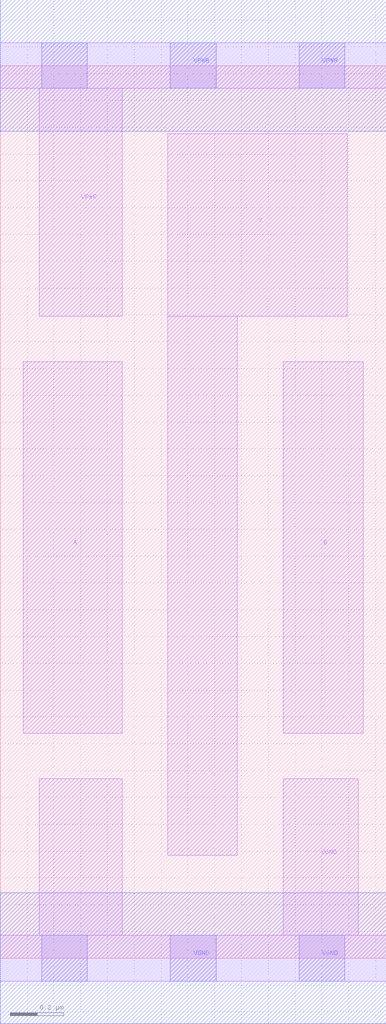
<source format=lef>
# Copyright 2020 The SkyWater PDK Authors
#
# Licensed under the Apache License, Version 2.0 (the "License");
# you may not use this file except in compliance with the License.
# You may obtain a copy of the License at
#
#     https://www.apache.org/licenses/LICENSE-2.0
#
# Unless required by applicable law or agreed to in writing, software
# distributed under the License is distributed on an "AS IS" BASIS,
# WITHOUT WARRANTIES OR CONDITIONS OF ANY KIND, either express or implied.
# See the License for the specific language governing permissions and
# limitations under the License.
#
# SPDX-License-Identifier: Apache-2.0

VERSION 5.7 ;
  NAMESCASESENSITIVE ON ;
  NOWIREEXTENSIONATPIN ON ;
  DIVIDERCHAR "/" ;
  BUSBITCHARS "[]" ;
UNITS
  DATABASE MICRONS 200 ;
END UNITS
MACRO sky130_fd_sc_lp__nor2_0
  CLASS CORE ;
  SOURCE USER ;
  FOREIGN sky130_fd_sc_lp__nor2_0 ;
  ORIGIN  0.000000  0.000000 ;
  SIZE  1.440000 BY  3.330000 ;
  SYMMETRY X Y R90 ;
  SITE unit ;
  PIN A
    ANTENNAGATEAREA  0.159000 ;
    DIRECTION INPUT ;
    USE SIGNAL ;
    PORT
      LAYER li1 ;
        RECT 0.085000 0.840000 0.455000 2.225000 ;
    END
  END A
  PIN B
    ANTENNAGATEAREA  0.159000 ;
    DIRECTION INPUT ;
    USE SIGNAL ;
    PORT
      LAYER li1 ;
        RECT 1.055000 0.840000 1.355000 2.225000 ;
    END
  END B
  PIN Y
    ANTENNADIFFAREA  0.287200 ;
    DIRECTION OUTPUT ;
    USE SIGNAL ;
    PORT
      LAYER li1 ;
        RECT 0.625000 0.385000 0.885000 2.395000 ;
        RECT 0.625000 2.395000 1.295000 3.075000 ;
    END
  END Y
  PIN VGND
    DIRECTION INOUT ;
    USE GROUND ;
    PORT
      LAYER li1 ;
        RECT 0.000000 -0.085000 1.440000 0.085000 ;
        RECT 0.145000  0.085000 0.455000 0.670000 ;
        RECT 1.055000  0.085000 1.335000 0.670000 ;
      LAYER mcon ;
        RECT 0.155000 -0.085000 0.325000 0.085000 ;
        RECT 0.635000 -0.085000 0.805000 0.085000 ;
        RECT 1.115000 -0.085000 1.285000 0.085000 ;
      LAYER met1 ;
        RECT 0.000000 -0.245000 1.440000 0.245000 ;
    END
  END VGND
  PIN VPWR
    DIRECTION INOUT ;
    USE POWER ;
    PORT
      LAYER li1 ;
        RECT 0.000000 3.245000 1.440000 3.415000 ;
        RECT 0.145000 2.395000 0.455000 3.245000 ;
      LAYER mcon ;
        RECT 0.155000 3.245000 0.325000 3.415000 ;
        RECT 0.635000 3.245000 0.805000 3.415000 ;
        RECT 1.115000 3.245000 1.285000 3.415000 ;
      LAYER met1 ;
        RECT 0.000000 3.085000 1.440000 3.575000 ;
    END
  END VPWR
END sky130_fd_sc_lp__nor2_0

</source>
